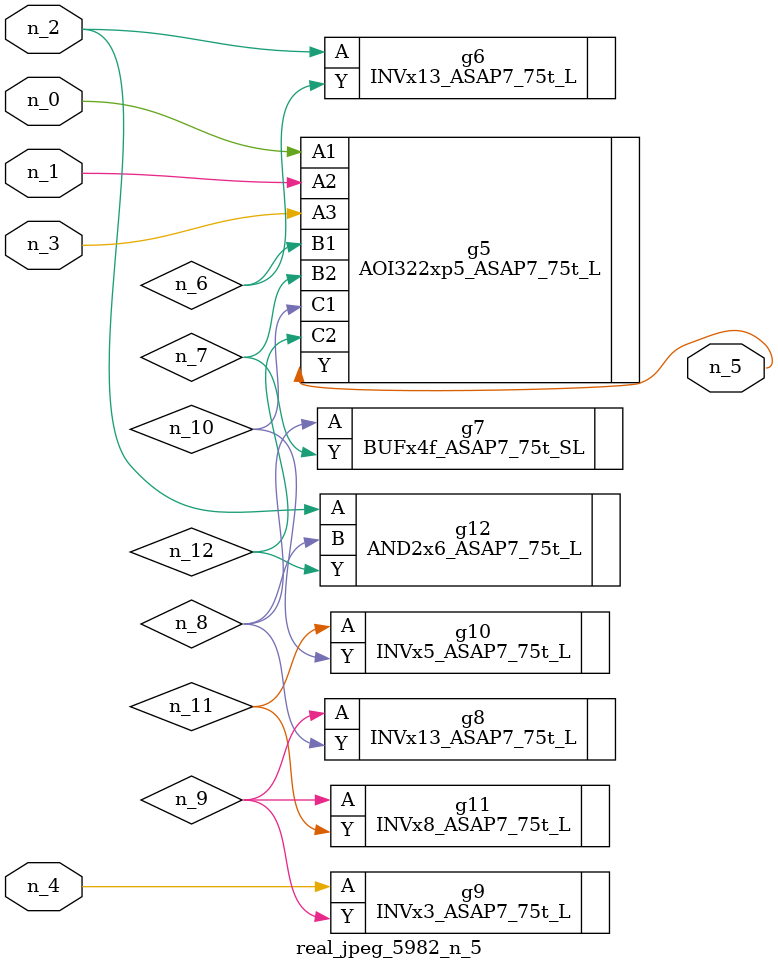
<source format=v>
module real_jpeg_5982_n_5 (n_4, n_0, n_1, n_2, n_3, n_5);

input n_4;
input n_0;
input n_1;
input n_2;
input n_3;

output n_5;

wire n_12;
wire n_8;
wire n_11;
wire n_6;
wire n_7;
wire n_10;
wire n_9;

AOI322xp5_ASAP7_75t_L g5 ( 
.A1(n_0),
.A2(n_1),
.A3(n_3),
.B1(n_6),
.B2(n_7),
.C1(n_10),
.C2(n_12),
.Y(n_5)
);

INVx13_ASAP7_75t_L g6 ( 
.A(n_2),
.Y(n_6)
);

AND2x6_ASAP7_75t_L g12 ( 
.A(n_2),
.B(n_8),
.Y(n_12)
);

INVx3_ASAP7_75t_L g9 ( 
.A(n_4),
.Y(n_9)
);

BUFx4f_ASAP7_75t_SL g7 ( 
.A(n_8),
.Y(n_7)
);

INVx13_ASAP7_75t_L g8 ( 
.A(n_9),
.Y(n_8)
);

INVx8_ASAP7_75t_L g11 ( 
.A(n_9),
.Y(n_11)
);

INVx5_ASAP7_75t_L g10 ( 
.A(n_11),
.Y(n_10)
);


endmodule
</source>
